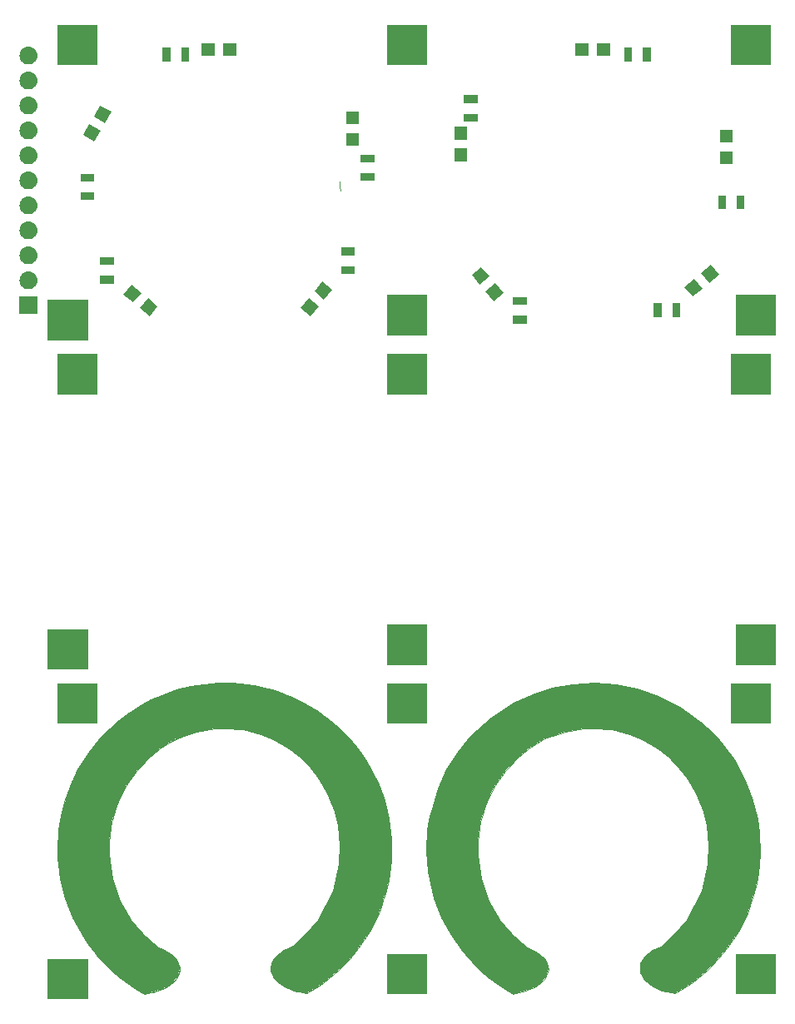
<source format=gbr>
G04 #@! TF.GenerationSoftware,KiCad,Pcbnew,5.1.0*
G04 #@! TF.CreationDate,2019-04-23T13:01:11-05:00*
G04 #@! TF.ProjectId,S4_20Badge,53345f32-3042-4616-9467-652e6b696361,rev?*
G04 #@! TF.SameCoordinates,Original*
G04 #@! TF.FileFunction,Soldermask,Top*
G04 #@! TF.FilePolarity,Negative*
%FSLAX46Y46*%
G04 Gerber Fmt 4.6, Leading zero omitted, Abs format (unit mm)*
G04 Created by KiCad (PCBNEW 5.1.0) date 2019-04-23 13:01:11*
%MOMM*%
%LPD*%
G04 APERTURE LIST*
%ADD10C,0.100000*%
G04 APERTURE END LIST*
D10*
G36*
X171249308Y-118034330D02*
G01*
X173351655Y-118453430D01*
X175358958Y-119123190D01*
X177853734Y-120379260D01*
X180098463Y-122016570D01*
X181590044Y-123472600D01*
X182482160Y-124543260D01*
X183285702Y-125688530D01*
X184500000Y-128000000D01*
X185106967Y-129526070D01*
X185649074Y-131636490D01*
X185855894Y-133062370D01*
X185935244Y-135190030D01*
X185746934Y-137284320D01*
X185477960Y-138650860D01*
X185097923Y-139985900D01*
X184609976Y-141282790D01*
X183682627Y-143142000D01*
X182530226Y-144877870D01*
X181642187Y-145955500D01*
X180662011Y-146961640D01*
X179025892Y-148322270D01*
X177243313Y-149431565D01*
X176907380Y-149381577D01*
X175969114Y-149153235D01*
X174916055Y-148687104D01*
X174145376Y-148069556D01*
X173718315Y-147336982D01*
X173747398Y-146378280D01*
X174204511Y-145669743D01*
X175007796Y-145062737D01*
X175815517Y-144701653D01*
X177212764Y-143470930D01*
X178427575Y-142003466D01*
X179952468Y-139065541D01*
X180612792Y-136291511D01*
X180701920Y-134371928D01*
X180497376Y-132436317D01*
X180144643Y-130994796D01*
X179423166Y-129166725D01*
X178450694Y-127514086D01*
X177573533Y-126402563D01*
X176582856Y-125410715D01*
X175490521Y-124547540D01*
X173896434Y-123612349D01*
X172613010Y-123084402D01*
X170807178Y-122628840D01*
X169000000Y-122500000D01*
X168000000Y-122500000D01*
X166118091Y-122839435D01*
X164000000Y-123500000D01*
X162360774Y-124593006D01*
X161273948Y-125463728D01*
X159986289Y-126822178D01*
X158908776Y-128386601D01*
X158069382Y-130135474D01*
X157499396Y-132033241D01*
X157232014Y-133969375D01*
X157226578Y-135417136D01*
X157575147Y-137778875D01*
X158351807Y-140018485D01*
X159534697Y-142068889D01*
X160758806Y-143527908D01*
X162217720Y-144788562D01*
X163209812Y-145259305D01*
X163951477Y-145894683D01*
X164274699Y-146435514D01*
X164380200Y-147009644D01*
X164041702Y-147965568D01*
X163131176Y-148765651D01*
X162073238Y-149237197D01*
X160789925Y-149518461D01*
X160518038Y-149373830D01*
X159290608Y-148605740D01*
X158147076Y-147747280D01*
X157090505Y-146805160D01*
X155675407Y-145249800D01*
X154473211Y-143543930D01*
X153494260Y-141710170D01*
X152748896Y-139771160D01*
X152136311Y-137061200D01*
X151976201Y-134964600D01*
X152084171Y-132838180D01*
X152310170Y-131415180D01*
X152500000Y-131000000D01*
X153127677Y-128637270D01*
X154027930Y-126704880D01*
X155151536Y-124922660D01*
X156478741Y-123305870D01*
X158530912Y-121433850D01*
X160863094Y-119919220D01*
X162767821Y-119039530D01*
X164783960Y-118396490D01*
X166891760Y-118005330D01*
X169071466Y-117881330D01*
X171249308Y-118034330D01*
G37*
X171249308Y-118034330D02*
X173351655Y-118453430D01*
X175358958Y-119123190D01*
X177853734Y-120379260D01*
X180098463Y-122016570D01*
X181590044Y-123472600D01*
X182482160Y-124543260D01*
X183285702Y-125688530D01*
X184500000Y-128000000D01*
X185106967Y-129526070D01*
X185649074Y-131636490D01*
X185855894Y-133062370D01*
X185935244Y-135190030D01*
X185746934Y-137284320D01*
X185477960Y-138650860D01*
X185097923Y-139985900D01*
X184609976Y-141282790D01*
X183682627Y-143142000D01*
X182530226Y-144877870D01*
X181642187Y-145955500D01*
X180662011Y-146961640D01*
X179025892Y-148322270D01*
X177243313Y-149431565D01*
X176907380Y-149381577D01*
X175969114Y-149153235D01*
X174916055Y-148687104D01*
X174145376Y-148069556D01*
X173718315Y-147336982D01*
X173747398Y-146378280D01*
X174204511Y-145669743D01*
X175007796Y-145062737D01*
X175815517Y-144701653D01*
X177212764Y-143470930D01*
X178427575Y-142003466D01*
X179952468Y-139065541D01*
X180612792Y-136291511D01*
X180701920Y-134371928D01*
X180497376Y-132436317D01*
X180144643Y-130994796D01*
X179423166Y-129166725D01*
X178450694Y-127514086D01*
X177573533Y-126402563D01*
X176582856Y-125410715D01*
X175490521Y-124547540D01*
X173896434Y-123612349D01*
X172613010Y-123084402D01*
X170807178Y-122628840D01*
X169000000Y-122500000D01*
X168000000Y-122500000D01*
X166118091Y-122839435D01*
X164000000Y-123500000D01*
X162360774Y-124593006D01*
X161273948Y-125463728D01*
X159986289Y-126822178D01*
X158908776Y-128386601D01*
X158069382Y-130135474D01*
X157499396Y-132033241D01*
X157232014Y-133969375D01*
X157226578Y-135417136D01*
X157575147Y-137778875D01*
X158351807Y-140018485D01*
X159534697Y-142068889D01*
X160758806Y-143527908D01*
X162217720Y-144788562D01*
X163209812Y-145259305D01*
X163951477Y-145894683D01*
X164274699Y-146435514D01*
X164380200Y-147009644D01*
X164041702Y-147965568D01*
X163131176Y-148765651D01*
X162073238Y-149237197D01*
X160789925Y-149518461D01*
X160518038Y-149373830D01*
X159290608Y-148605740D01*
X158147076Y-147747280D01*
X157090505Y-146805160D01*
X155675407Y-145249800D01*
X154473211Y-143543930D01*
X153494260Y-141710170D01*
X152748896Y-139771160D01*
X152136311Y-137061200D01*
X151976201Y-134964600D01*
X152084171Y-132838180D01*
X152310170Y-131415180D01*
X152500000Y-131000000D01*
X153127677Y-128637270D01*
X154027930Y-126704880D01*
X155151536Y-124922660D01*
X156478741Y-123305870D01*
X158530912Y-121433850D01*
X160863094Y-119919220D01*
X162767821Y-119039530D01*
X164783960Y-118396490D01*
X166891760Y-118005330D01*
X169071466Y-117881330D01*
X171249308Y-118034330D01*
G36*
X133749308Y-118034330D02*
G01*
X135851655Y-118453430D01*
X137858958Y-119123190D01*
X140353734Y-120379260D01*
X142598463Y-122016570D01*
X144090044Y-123472600D01*
X144982160Y-124543260D01*
X145785702Y-125688530D01*
X147000000Y-128000000D01*
X147606967Y-129526070D01*
X148149074Y-131636490D01*
X148355894Y-133062370D01*
X148435244Y-135190030D01*
X148246934Y-137284320D01*
X147977960Y-138650860D01*
X147597923Y-139985900D01*
X147109976Y-141282790D01*
X146182627Y-143142000D01*
X145030226Y-144877870D01*
X144142187Y-145955500D01*
X143162011Y-146961640D01*
X141525892Y-148322270D01*
X139743313Y-149431565D01*
X139407380Y-149381577D01*
X138469114Y-149153235D01*
X137416055Y-148687104D01*
X136645376Y-148069556D01*
X136218315Y-147336982D01*
X136247398Y-146378280D01*
X136704511Y-145669743D01*
X137507796Y-145062737D01*
X138315517Y-144701653D01*
X139712764Y-143470930D01*
X140927575Y-142003466D01*
X142452468Y-139065541D01*
X143112792Y-136291511D01*
X143201920Y-134371928D01*
X142997376Y-132436317D01*
X142644643Y-130994796D01*
X141923166Y-129166725D01*
X140950694Y-127514086D01*
X140073533Y-126402563D01*
X139082856Y-125410715D01*
X137990521Y-124547540D01*
X136396434Y-123612349D01*
X135113010Y-123084402D01*
X133307178Y-122628840D01*
X131500000Y-122500000D01*
X130500000Y-122500000D01*
X128618091Y-122839435D01*
X126500000Y-123500000D01*
X124860774Y-124593006D01*
X123773948Y-125463728D01*
X122486289Y-126822178D01*
X121408776Y-128386601D01*
X120569382Y-130135474D01*
X119999396Y-132033241D01*
X119732014Y-133969375D01*
X119726578Y-135417136D01*
X120075147Y-137778875D01*
X120851807Y-140018485D01*
X122034697Y-142068889D01*
X123258806Y-143527908D01*
X124717720Y-144788562D01*
X125709812Y-145259305D01*
X126451477Y-145894683D01*
X126774699Y-146435514D01*
X126880200Y-147009644D01*
X126541702Y-147965568D01*
X125631176Y-148765651D01*
X124573238Y-149237197D01*
X123289925Y-149518461D01*
X123018038Y-149373830D01*
X121790608Y-148605740D01*
X120647076Y-147747280D01*
X119590505Y-146805160D01*
X118175407Y-145249800D01*
X116973211Y-143543930D01*
X115994260Y-141710170D01*
X115248896Y-139771160D01*
X114636311Y-137061200D01*
X114476201Y-134964600D01*
X114584171Y-132838180D01*
X114810170Y-131415180D01*
X115000000Y-131000000D01*
X115627677Y-128637270D01*
X116527930Y-126704880D01*
X117651536Y-124922660D01*
X118978741Y-123305870D01*
X121030912Y-121433850D01*
X123363094Y-119919220D01*
X125267821Y-119039530D01*
X127283960Y-118396490D01*
X129391760Y-118005330D01*
X131571466Y-117881330D01*
X133749308Y-118034330D01*
G37*
X133749308Y-118034330D02*
X135851655Y-118453430D01*
X137858958Y-119123190D01*
X140353734Y-120379260D01*
X142598463Y-122016570D01*
X144090044Y-123472600D01*
X144982160Y-124543260D01*
X145785702Y-125688530D01*
X147000000Y-128000000D01*
X147606967Y-129526070D01*
X148149074Y-131636490D01*
X148355894Y-133062370D01*
X148435244Y-135190030D01*
X148246934Y-137284320D01*
X147977960Y-138650860D01*
X147597923Y-139985900D01*
X147109976Y-141282790D01*
X146182627Y-143142000D01*
X145030226Y-144877870D01*
X144142187Y-145955500D01*
X143162011Y-146961640D01*
X141525892Y-148322270D01*
X139743313Y-149431565D01*
X139407380Y-149381577D01*
X138469114Y-149153235D01*
X137416055Y-148687104D01*
X136645376Y-148069556D01*
X136218315Y-147336982D01*
X136247398Y-146378280D01*
X136704511Y-145669743D01*
X137507796Y-145062737D01*
X138315517Y-144701653D01*
X139712764Y-143470930D01*
X140927575Y-142003466D01*
X142452468Y-139065541D01*
X143112792Y-136291511D01*
X143201920Y-134371928D01*
X142997376Y-132436317D01*
X142644643Y-130994796D01*
X141923166Y-129166725D01*
X140950694Y-127514086D01*
X140073533Y-126402563D01*
X139082856Y-125410715D01*
X137990521Y-124547540D01*
X136396434Y-123612349D01*
X135113010Y-123084402D01*
X133307178Y-122628840D01*
X131500000Y-122500000D01*
X130500000Y-122500000D01*
X128618091Y-122839435D01*
X126500000Y-123500000D01*
X124860774Y-124593006D01*
X123773948Y-125463728D01*
X122486289Y-126822178D01*
X121408776Y-128386601D01*
X120569382Y-130135474D01*
X119999396Y-132033241D01*
X119732014Y-133969375D01*
X119726578Y-135417136D01*
X120075147Y-137778875D01*
X120851807Y-140018485D01*
X122034697Y-142068889D01*
X123258806Y-143527908D01*
X124717720Y-144788562D01*
X125709812Y-145259305D01*
X126451477Y-145894683D01*
X126774699Y-146435514D01*
X126880200Y-147009644D01*
X126541702Y-147965568D01*
X125631176Y-148765651D01*
X124573238Y-149237197D01*
X123289925Y-149518461D01*
X123018038Y-149373830D01*
X121790608Y-148605740D01*
X120647076Y-147747280D01*
X119590505Y-146805160D01*
X118175407Y-145249800D01*
X116973211Y-143543930D01*
X115994260Y-141710170D01*
X115248896Y-139771160D01*
X114636311Y-137061200D01*
X114476201Y-134964600D01*
X114584171Y-132838180D01*
X114810170Y-131415180D01*
X115000000Y-131000000D01*
X115627677Y-128637270D01*
X116527930Y-126704880D01*
X117651536Y-124922660D01*
X118978741Y-123305870D01*
X121030912Y-121433850D01*
X123363094Y-119919220D01*
X125267821Y-119039530D01*
X127283960Y-118396490D01*
X129391760Y-118005330D01*
X131571466Y-117881330D01*
X133749308Y-118034330D01*
X143201920Y-67371928D02*
X143206741Y-67854671D01*
X143178745Y-66888183D02*
X143201920Y-67371928D01*
X139407380Y-149381577D02*
X139743313Y-149431562D01*
X139082398Y-149318148D02*
X139407380Y-149381577D01*
X138769324Y-149241845D02*
X139082398Y-149318148D01*
X138469114Y-149153235D02*
X138769324Y-149241845D01*
X138182725Y-149052888D02*
X138469114Y-149153235D01*
X137911115Y-148941371D02*
X138182725Y-149052888D01*
X137655239Y-148819253D02*
X137911115Y-148941371D01*
X137416055Y-148687104D02*
X137655239Y-148819253D01*
X137194520Y-148545491D02*
X137416055Y-148687104D01*
X136991591Y-148394983D02*
X137194520Y-148545491D01*
X136808224Y-148236148D02*
X136991591Y-148394983D01*
X136645376Y-148069556D02*
X136808224Y-148236148D01*
X136504004Y-147895775D02*
X136645376Y-148069556D01*
X136385066Y-147715373D02*
X136504004Y-147895775D01*
X136289517Y-147528919D02*
X136385066Y-147715373D01*
X136218315Y-147336982D02*
X136289517Y-147528919D01*
X136172890Y-147142565D02*
X136218315Y-147336982D01*
X136153655Y-146948772D02*
X136172890Y-147142565D01*
X136160041Y-146756316D02*
X136153655Y-146948772D01*
X136191478Y-146565914D02*
X136160041Y-146756316D01*
X136247398Y-146378280D02*
X136191478Y-146565914D01*
X136327230Y-146194131D02*
X136247398Y-146378280D01*
X136430406Y-146014182D02*
X136327230Y-146194131D01*
X136556356Y-145839147D02*
X136430406Y-146014182D01*
X136704511Y-145669743D02*
X136556356Y-145839147D01*
X136874302Y-145506685D02*
X136704511Y-145669743D01*
X137065159Y-145350687D02*
X136874302Y-145506685D01*
X137276514Y-145202466D02*
X137065159Y-145350687D01*
X137507796Y-145062737D02*
X137276514Y-145202466D01*
X137758437Y-144932215D02*
X137507796Y-145062737D01*
X138027867Y-144811615D02*
X137758437Y-144932215D01*
X138315517Y-144701653D02*
X138027867Y-144811615D01*
X123628473Y-149468027D02*
X123289925Y-149518461D01*
X123955857Y-149403950D02*
X123628473Y-149468027D01*
X124271103Y-149326811D02*
X123955857Y-149403950D01*
X124573238Y-149237197D02*
X124271103Y-149326811D01*
X124861286Y-149135689D02*
X124573238Y-149237197D01*
X125134275Y-149022873D02*
X124861286Y-149135689D01*
X125391230Y-148899332D02*
X125134275Y-149022873D01*
X125631176Y-148765651D02*
X125391230Y-148899332D01*
X125853141Y-148622412D02*
X125631176Y-148765651D01*
X126056150Y-148470201D02*
X125853141Y-148622412D01*
X126239229Y-148309601D02*
X126056150Y-148470201D01*
X126401405Y-148141195D02*
X126239229Y-148309601D01*
X126541702Y-147965568D02*
X126401405Y-148141195D01*
X126659148Y-147783304D02*
X126541702Y-147965568D01*
X126752767Y-147594987D02*
X126659148Y-147783304D01*
X126821587Y-147401200D02*
X126752767Y-147594987D01*
X126864188Y-147205026D02*
X126821587Y-147401200D01*
X126880200Y-147009644D02*
X126864188Y-147205026D01*
X126870223Y-146815779D02*
X126880200Y-147009644D01*
X126834856Y-146624160D02*
X126870223Y-146815779D01*
X126774699Y-146435514D02*
X126834856Y-146624160D01*
X126690350Y-146250568D02*
X126774699Y-146435514D01*
X126582410Y-146070048D02*
X126690350Y-146250568D01*
X126451477Y-145894683D02*
X126582410Y-146070048D01*
X126298152Y-145725199D02*
X126451477Y-145894683D01*
X126123033Y-145562323D02*
X126298152Y-145725199D01*
X125926720Y-145406783D02*
X126123033Y-145562323D01*
X125709812Y-145259305D02*
X125926720Y-145406783D01*
X125472909Y-145120618D02*
X125709812Y-145259305D01*
X125216610Y-144991447D02*
X125472909Y-145120618D01*
X124941514Y-144872521D02*
X125216610Y-144991447D01*
X124648221Y-144764566D02*
X124941514Y-144872521D01*
X139975830Y-149350955D02*
X139743313Y-149431565D01*
X140329175Y-149120570D02*
X139975830Y-149350955D01*
X140937867Y-148732860D02*
X140329175Y-149120570D01*
X141525892Y-148322270D02*
X140937867Y-148732860D01*
X142092853Y-147889650D02*
X141525892Y-148322270D01*
X142638358Y-147435830D02*
X142092853Y-147889650D01*
X143162011Y-146961640D02*
X142638358Y-147435830D01*
X143663419Y-146467920D02*
X143162011Y-146961640D01*
X144142187Y-145955500D02*
X143663419Y-146467920D01*
X144597921Y-145425200D02*
X144142187Y-145955500D01*
X145030226Y-144877870D02*
X144597921Y-145425200D01*
X145438708Y-144314340D02*
X145030226Y-144877870D01*
X145822973Y-143735440D02*
X145438708Y-144314340D01*
X146182627Y-143142000D02*
X145822973Y-143735440D01*
X146517275Y-142534860D02*
X146182627Y-143142000D01*
X146826522Y-141914840D02*
X146517275Y-142534860D01*
X147109976Y-141282790D02*
X146826522Y-141914840D01*
X147367241Y-140639530D02*
X147109976Y-141282790D01*
X147597923Y-139985900D02*
X147367241Y-140639530D01*
X147801627Y-139322730D02*
X147597923Y-139985900D01*
X147977960Y-138650860D02*
X147801627Y-139322730D01*
X148126527Y-137971110D02*
X147977960Y-138650860D01*
X148246934Y-137284320D02*
X148126527Y-137971110D01*
X148338784Y-136591320D02*
X148246934Y-137284320D01*
X148401684Y-135892950D02*
X148338784Y-136591320D01*
X148435244Y-135190030D02*
X148401684Y-135892950D01*
X148439044Y-134483410D02*
X148435244Y-135190030D01*
X148412734Y-133773910D02*
X148439044Y-134483410D01*
X148355894Y-133062370D02*
X148412734Y-133773910D01*
X148268144Y-132349620D02*
X148355894Y-133062370D01*
X148149074Y-131636490D02*
X148268144Y-132349620D01*
X147998296Y-130923820D02*
X148149074Y-131636490D01*
X147816961Y-130218200D02*
X147998296Y-130923820D01*
X147606967Y-129526070D02*
X147816961Y-130218200D01*
X147369037Y-128847990D02*
X147606967Y-129526070D01*
X147103897Y-128184530D02*
X147369037Y-128847990D01*
X146812269Y-127536290D02*
X147103897Y-128184530D01*
X146494878Y-126903820D02*
X146812269Y-127536290D01*
X146152448Y-126287710D02*
X146494878Y-126903820D01*
X145785702Y-125688530D02*
X146152448Y-126287710D01*
X145395365Y-125106860D02*
X145785702Y-125688530D01*
X144982160Y-124543260D02*
X145395365Y-125106860D01*
X144546812Y-123998310D02*
X144982160Y-124543260D01*
X144090044Y-123472600D02*
X144546812Y-123998310D01*
X143612581Y-122966690D02*
X144090044Y-123472600D01*
X143115146Y-122481150D02*
X143612581Y-122966690D01*
X142598463Y-122016570D02*
X143115146Y-122481150D01*
X142063257Y-121573510D02*
X142598463Y-122016570D01*
X141510251Y-121152560D02*
X142063257Y-121573510D01*
X140940168Y-120754290D02*
X141510251Y-121152560D01*
X140353734Y-120379260D02*
X140940168Y-120754290D01*
X139751672Y-120028070D02*
X140353734Y-120379260D01*
X139134706Y-119701270D02*
X139751672Y-120028070D01*
X138503560Y-119399450D02*
X139134706Y-119701270D01*
X137858958Y-119123190D02*
X138503560Y-119399450D01*
X137201624Y-118873040D02*
X137858958Y-119123190D01*
X136532281Y-118649600D02*
X137201624Y-118873040D01*
X135851655Y-118453430D02*
X136532281Y-118649600D01*
X135160468Y-118285110D02*
X135851655Y-118453430D01*
X134459444Y-118145220D02*
X135160468Y-118285110D01*
X133749308Y-118034330D02*
X134459444Y-118145220D01*
X133030784Y-117953030D02*
X133749308Y-118034330D01*
X132304595Y-117901830D02*
X133030784Y-117953030D01*
X131571466Y-117881330D02*
X132304595Y-117901830D01*
X130838127Y-117892030D02*
X131571466Y-117881330D01*
X130111315Y-117933530D02*
X130838127Y-117892030D01*
X129391760Y-118005330D02*
X130111315Y-117933530D01*
X128680195Y-118106790D02*
X129391760Y-118005330D01*
X127977351Y-118237360D02*
X128680195Y-118106790D01*
X127283960Y-118396490D02*
X127977351Y-118237360D01*
X126600754Y-118583600D02*
X127283960Y-118396490D01*
X125928463Y-118798140D02*
X126600754Y-118583600D01*
X125267821Y-119039530D02*
X125928463Y-118798140D01*
X124619557Y-119307220D02*
X125267821Y-119039530D01*
X123984404Y-119600640D02*
X124619557Y-119307220D01*
X123363094Y-119919220D02*
X123984404Y-119600640D01*
X122756358Y-120262390D02*
X123363094Y-119919220D01*
X122164928Y-120629600D02*
X122756358Y-120262390D01*
X121589536Y-121020270D02*
X122164928Y-120629600D01*
X121030912Y-121433850D02*
X121589536Y-121020270D01*
X120489789Y-121869760D02*
X121030912Y-121433850D01*
X119966899Y-122327450D02*
X120489789Y-121869760D01*
X119462972Y-122806340D02*
X119966899Y-122327450D01*
X118978741Y-123305870D02*
X119462972Y-122806340D01*
X118514936Y-123825480D02*
X118978741Y-123305870D01*
X118072291Y-124364600D02*
X118514936Y-123825480D01*
X117651536Y-124922660D02*
X118072291Y-124364600D01*
X117253404Y-125499110D02*
X117651536Y-124922660D01*
X116878624Y-126093370D02*
X117253404Y-125499110D01*
X116527930Y-126704880D02*
X116878624Y-126093370D01*
X116202054Y-127333080D02*
X116527930Y-126704880D01*
X115901725Y-127977400D02*
X116202054Y-127333080D01*
X115627677Y-128637270D02*
X115901725Y-127977400D01*
X115380640Y-129312130D02*
X115627677Y-128637270D01*
X115161347Y-130001420D02*
X115380640Y-129312130D01*
X114970529Y-130704570D02*
X115161347Y-130001420D01*
X114810170Y-131415180D02*
X114970529Y-130704570D01*
X114681511Y-132126660D02*
X114810170Y-131415180D01*
X114584171Y-132838180D02*
X114681511Y-132126660D01*
X114517761Y-133548910D02*
X114584171Y-132838180D01*
X114481901Y-134257990D02*
X114517761Y-133548910D01*
X114476201Y-134964600D02*
X114481901Y-134257990D01*
X114500291Y-135667900D02*
X114476201Y-134964600D01*
X114553791Y-136367050D02*
X114500291Y-135667900D01*
X114636311Y-137061200D02*
X114553791Y-136367050D01*
X114747462Y-137749530D02*
X114636311Y-137061200D01*
X114886865Y-138431190D02*
X114747462Y-137749530D01*
X115054137Y-139105350D02*
X114886865Y-138431190D01*
X115248896Y-139771160D02*
X115054137Y-139105350D01*
X115470758Y-140427800D02*
X115248896Y-139771160D01*
X115719340Y-141074410D02*
X115470758Y-140427800D01*
X115994260Y-141710170D02*
X115719340Y-141074410D01*
X116295134Y-142334240D02*
X115994260Y-141710170D01*
X116621578Y-142945770D02*
X116295134Y-142334240D01*
X116973211Y-143543930D02*
X116621578Y-142945770D01*
X117349649Y-144127880D02*
X116973211Y-143543930D01*
X117750509Y-144696780D02*
X117349649Y-144127880D01*
X118175407Y-145249800D02*
X117750509Y-144696780D01*
X118623961Y-145786100D02*
X118175407Y-145249800D01*
X119095788Y-146304830D02*
X118623961Y-145786100D01*
X119590505Y-146805160D02*
X119095788Y-146304830D01*
X120107729Y-147286260D02*
X119590505Y-146805160D01*
X120647076Y-147747280D02*
X120107729Y-147286260D01*
X121208163Y-148187380D02*
X120647076Y-147747280D01*
X121790608Y-148605740D02*
X121208163Y-148187380D01*
X122394027Y-149001500D02*
X121790608Y-148605740D01*
X123018038Y-149373830D02*
X122394027Y-149001500D01*
X123289925Y-149518461D02*
X123018038Y-149373830D01*
X138646140Y-144444304D02*
X138261892Y-144741660D01*
X139016150Y-144133038D02*
X138646140Y-144444304D01*
X139371748Y-143808401D02*
X139016150Y-144133038D01*
X139712764Y-143470930D02*
X139371748Y-143808401D01*
X140039026Y-143121163D02*
X139712764Y-143470930D01*
X140350363Y-142759638D02*
X140039026Y-143121163D01*
X140646603Y-142386893D02*
X140350363Y-142759638D01*
X140927575Y-142003466D02*
X140646603Y-142386893D01*
X141193108Y-141609893D02*
X140927575Y-142003466D01*
X141443029Y-141206714D02*
X141193108Y-141609893D01*
X141677168Y-140794466D02*
X141443029Y-141206714D01*
X141895352Y-140373687D02*
X141677168Y-140794466D01*
X142097412Y-139944915D02*
X141895352Y-140373687D01*
X142283174Y-139508687D02*
X142097412Y-139944915D01*
X142452468Y-139065541D02*
X142283174Y-139508687D01*
X142605122Y-138616015D02*
X142452468Y-139065541D01*
X142740964Y-138160647D02*
X142605122Y-138616015D01*
X142859824Y-137699975D02*
X142740964Y-138160647D01*
X142961530Y-137234537D02*
X142859824Y-137699975D01*
X143045909Y-136764869D02*
X142961530Y-137234537D01*
X143112792Y-136291511D02*
X143045909Y-136764869D01*
X143162006Y-135815001D02*
X143112792Y-136291511D01*
X143193379Y-135335874D02*
X143162006Y-135815001D01*
X143206741Y-134854671D02*
X143193379Y-135335874D01*
X143201920Y-134371928D02*
X143206741Y-134854671D01*
X143178745Y-133888183D02*
X143201920Y-134371928D01*
X143137043Y-133403974D02*
X143178745Y-133888183D01*
X143076644Y-132919840D02*
X143137043Y-133403974D01*
X142997376Y-132436317D02*
X143076644Y-132919840D01*
X142899067Y-131953943D02*
X142997376Y-132436317D01*
X142781547Y-131473257D02*
X142899067Y-131953943D01*
X142644643Y-130994796D02*
X142781547Y-131473257D01*
X142489342Y-130522498D02*
X142644643Y-130994796D01*
X142317035Y-130060165D02*
X142489342Y-130522498D01*
X142128164Y-129608130D02*
X142317035Y-130060165D01*
X141923166Y-129166725D02*
X142128164Y-129608130D01*
X141702481Y-128736286D02*
X141923166Y-129166725D01*
X141466548Y-128317144D02*
X141702481Y-128736286D01*
X141215806Y-127909633D02*
X141466548Y-128317144D01*
X140950694Y-127514086D02*
X141215806Y-127909633D01*
X140671652Y-127130836D02*
X140950694Y-127514086D01*
X140379119Y-126760218D02*
X140671652Y-127130836D01*
X140073533Y-126402563D02*
X140379119Y-126760218D01*
X139755335Y-126058205D02*
X140073533Y-126402563D01*
X139424963Y-125727478D02*
X139755335Y-126058205D01*
X139082856Y-125410715D02*
X139424963Y-125727478D01*
X138729454Y-125108249D02*
X139082856Y-125410715D01*
X138365196Y-124820412D02*
X138729454Y-125108249D01*
X137990521Y-124547540D02*
X138365196Y-124820412D01*
X137605868Y-124289964D02*
X137990521Y-124547540D01*
X137211676Y-124048018D02*
X137605868Y-124289964D01*
X136808385Y-123822035D02*
X137211676Y-124048018D01*
X136396434Y-123612349D02*
X136808385Y-123822035D01*
X135976262Y-123419292D02*
X136396434Y-123612349D01*
X135548307Y-123243199D02*
X135976262Y-123419292D01*
X135113010Y-123084402D02*
X135548307Y-123243199D01*
X134670809Y-122943234D02*
X135113010Y-123084402D01*
X134222144Y-122820029D02*
X134670809Y-122943234D01*
X133767454Y-122715120D02*
X134222144Y-122820029D01*
X133307178Y-122628840D02*
X133767454Y-122715120D01*
X132841755Y-122561523D02*
X133307178Y-122628840D01*
X132371624Y-122513502D02*
X132841755Y-122561523D01*
X131897225Y-122485110D02*
X132371624Y-122513502D01*
X131418996Y-122476680D02*
X131897225Y-122485110D01*
X130940832Y-122488422D02*
X131418996Y-122476680D01*
X130466623Y-122520099D02*
X130940832Y-122488422D01*
X129996808Y-122571375D02*
X130466623Y-122520099D01*
X129531823Y-122641914D02*
X129996808Y-122571375D01*
X129072105Y-122731380D02*
X129531823Y-122641914D01*
X128618091Y-122839435D02*
X129072105Y-122731380D01*
X128170219Y-122965745D02*
X128618091Y-122839435D01*
X127728925Y-123109972D02*
X128170219Y-122965745D01*
X127294647Y-123271780D02*
X127728925Y-123109972D01*
X126867821Y-123450834D02*
X127294647Y-123271780D01*
X126448884Y-123646796D02*
X126867821Y-123450834D01*
X126038274Y-123859331D02*
X126448884Y-123646796D01*
X125636428Y-124088102D02*
X126038274Y-123859331D01*
X125243782Y-124332772D02*
X125636428Y-124088102D01*
X124860774Y-124593006D02*
X125243782Y-124332772D01*
X124487841Y-124868468D02*
X124860774Y-124593006D01*
X124125420Y-125158821D02*
X124487841Y-124868468D01*
X123773948Y-125463728D02*
X124125420Y-125158821D01*
X123433861Y-125782853D02*
X123773948Y-125463728D01*
X123105598Y-126115861D02*
X123433861Y-125782853D01*
X122789595Y-126462415D02*
X123105598Y-126115861D01*
X122486289Y-126822178D02*
X122789595Y-126462415D01*
X122196117Y-127194815D02*
X122486289Y-126822178D01*
X121919516Y-127579988D02*
X122196117Y-127194815D01*
X121656923Y-127977362D02*
X121919516Y-127579988D01*
X121408776Y-128386601D02*
X121656923Y-127977362D01*
X121175511Y-128807368D02*
X121408776Y-128386601D01*
X120957566Y-129239326D02*
X121175511Y-128807368D01*
X120755377Y-129682140D02*
X120957566Y-129239326D01*
X120569382Y-130135474D02*
X120755377Y-129682140D01*
X120400017Y-130598990D02*
X120569382Y-130135474D01*
X120247720Y-131072353D02*
X120400017Y-130598990D01*
X120113859Y-131551752D02*
X120247720Y-131072353D01*
X119999396Y-132033241D02*
X120113859Y-131551752D01*
X119904154Y-132516285D02*
X119999396Y-132033241D01*
X119827960Y-133000346D02*
X119904154Y-132516285D01*
X119770639Y-133484889D02*
X119827960Y-133000346D01*
X119732014Y-133969375D02*
X119770639Y-133484889D01*
X119711913Y-134453270D02*
X119732014Y-133969375D01*
X119710159Y-134936036D02*
X119711913Y-134453270D01*
X119726578Y-135417136D02*
X119710159Y-134936036D01*
X119760996Y-135896035D02*
X119726578Y-135417136D01*
X119813236Y-136372194D02*
X119760996Y-135896035D01*
X119883125Y-136845079D02*
X119813236Y-136372194D01*
X119970487Y-137314151D02*
X119883125Y-136845079D01*
X120075147Y-137778875D02*
X119970487Y-137314151D01*
X120196931Y-138238714D02*
X120075147Y-137778875D01*
X120335664Y-138693131D02*
X120196931Y-138238714D01*
X120491171Y-139141590D02*
X120335664Y-138693131D01*
X120663277Y-139583553D02*
X120491171Y-139141590D01*
X120851807Y-140018485D02*
X120663277Y-139583553D01*
X121056586Y-140445849D02*
X120851807Y-140018485D01*
X121277440Y-140865108D02*
X121056586Y-140445849D01*
X121514193Y-141275725D02*
X121277440Y-140865108D01*
X121766670Y-141677165D02*
X121514193Y-141275725D01*
X122034697Y-142068889D02*
X121766670Y-141677165D01*
X122318100Y-142450363D02*
X122034697Y-142068889D01*
X122616702Y-142821048D02*
X122318100Y-142450363D01*
X122930329Y-143180409D02*
X122616702Y-142821048D01*
X123258806Y-143527908D02*
X122930329Y-143180409D01*
X123601959Y-143863010D02*
X123258806Y-143527908D01*
X123959612Y-144185177D02*
X123601959Y-143863010D01*
X124331591Y-144493873D02*
X123959612Y-144185177D01*
X124717720Y-144788562D02*
X124331591Y-144493873D01*
G36*
X117551000Y-150051000D02*
G01*
X113449000Y-150051000D01*
X113449000Y-145949000D01*
X117551000Y-145949000D01*
X117551000Y-150051000D01*
X117551000Y-150051000D01*
G37*
G36*
X187551000Y-149551000D02*
G01*
X183449000Y-149551000D01*
X183449000Y-145449000D01*
X187551000Y-145449000D01*
X187551000Y-149551000D01*
X187551000Y-149551000D01*
G37*
G36*
X152051000Y-149551000D02*
G01*
X147949000Y-149551000D01*
X147949000Y-145449000D01*
X152051000Y-145449000D01*
X152051000Y-149551000D01*
X152051000Y-149551000D01*
G37*
G36*
X118551000Y-122051000D02*
G01*
X114449000Y-122051000D01*
X114449000Y-117949000D01*
X118551000Y-117949000D01*
X118551000Y-122051000D01*
X118551000Y-122051000D01*
G37*
G36*
X187051000Y-122051000D02*
G01*
X182949000Y-122051000D01*
X182949000Y-117949000D01*
X187051000Y-117949000D01*
X187051000Y-122051000D01*
X187051000Y-122051000D01*
G37*
G36*
X152051000Y-122051000D02*
G01*
X147949000Y-122051000D01*
X147949000Y-117949000D01*
X152051000Y-117949000D01*
X152051000Y-122051000D01*
X152051000Y-122051000D01*
G37*
G36*
X117551000Y-116551000D02*
G01*
X113449000Y-116551000D01*
X113449000Y-112449000D01*
X117551000Y-112449000D01*
X117551000Y-116551000D01*
X117551000Y-116551000D01*
G37*
G36*
X187551000Y-116051000D02*
G01*
X183449000Y-116051000D01*
X183449000Y-111949000D01*
X187551000Y-111949000D01*
X187551000Y-116051000D01*
X187551000Y-116051000D01*
G37*
G36*
X152051000Y-116051000D02*
G01*
X147949000Y-116051000D01*
X147949000Y-111949000D01*
X152051000Y-111949000D01*
X152051000Y-116051000D01*
X152051000Y-116051000D01*
G37*
G36*
X152051000Y-88551000D02*
G01*
X147949000Y-88551000D01*
X147949000Y-84449000D01*
X152051000Y-84449000D01*
X152051000Y-88551000D01*
X152051000Y-88551000D01*
G37*
G36*
X118551000Y-88551000D02*
G01*
X114449000Y-88551000D01*
X114449000Y-84449000D01*
X118551000Y-84449000D01*
X118551000Y-88551000D01*
X118551000Y-88551000D01*
G37*
G36*
X187051000Y-88551000D02*
G01*
X182949000Y-88551000D01*
X182949000Y-84449000D01*
X187051000Y-84449000D01*
X187051000Y-88551000D01*
X187051000Y-88551000D01*
G37*
G36*
X117551000Y-83051000D02*
G01*
X113449000Y-83051000D01*
X113449000Y-78949000D01*
X117551000Y-78949000D01*
X117551000Y-83051000D01*
X117551000Y-83051000D01*
G37*
G36*
X152051000Y-82551000D02*
G01*
X147949000Y-82551000D01*
X147949000Y-78449000D01*
X152051000Y-78449000D01*
X152051000Y-82551000D01*
X152051000Y-82551000D01*
G37*
G36*
X187551000Y-82551000D02*
G01*
X183449000Y-82551000D01*
X183449000Y-78449000D01*
X187551000Y-78449000D01*
X187551000Y-82551000D01*
X187551000Y-82551000D01*
G37*
G36*
X162201000Y-81351000D02*
G01*
X160799000Y-81351000D01*
X160799000Y-80549000D01*
X162201000Y-80549000D01*
X162201000Y-81351000D01*
X162201000Y-81351000D01*
G37*
G36*
X175901000Y-80701000D02*
G01*
X175099000Y-80701000D01*
X175099000Y-79299000D01*
X175901000Y-79299000D01*
X175901000Y-80701000D01*
X175901000Y-80701000D01*
G37*
G36*
X177801000Y-80701000D02*
G01*
X176999000Y-80701000D01*
X176999000Y-79299000D01*
X177801000Y-79299000D01*
X177801000Y-80701000D01*
X177801000Y-80701000D01*
G37*
G36*
X124659799Y-79626826D02*
G01*
X123822889Y-80624216D01*
X122825499Y-79787306D01*
X123662409Y-78789916D01*
X124659799Y-79626826D01*
X124659799Y-79626826D01*
G37*
G36*
X141003018Y-79605058D02*
G01*
X140166108Y-80602448D01*
X139168718Y-79765538D01*
X140005628Y-78768148D01*
X141003018Y-79605058D01*
X141003018Y-79605058D01*
G37*
G36*
X112401000Y-80401000D02*
G01*
X110599000Y-80401000D01*
X110599000Y-78599000D01*
X112401000Y-78599000D01*
X112401000Y-80401000D01*
X112401000Y-80401000D01*
G37*
G36*
X162201000Y-79451000D02*
G01*
X160799000Y-79451000D01*
X160799000Y-78649000D01*
X162201000Y-78649000D01*
X162201000Y-79451000D01*
X162201000Y-79451000D01*
G37*
G36*
X122974501Y-78212694D02*
G01*
X122137591Y-79210084D01*
X121140201Y-78373174D01*
X121977111Y-77375784D01*
X122974501Y-78212694D01*
X122974501Y-78212694D01*
G37*
G36*
X159831282Y-78265538D02*
G01*
X158833892Y-79102448D01*
X157996982Y-78105058D01*
X158994372Y-77268148D01*
X159831282Y-78265538D01*
X159831282Y-78265538D01*
G37*
G36*
X142417150Y-77919760D02*
G01*
X141580240Y-78917150D01*
X140582850Y-78080240D01*
X141419760Y-77082850D01*
X142417150Y-77919760D01*
X142417150Y-77919760D01*
G37*
G36*
X180074501Y-77787306D02*
G01*
X179077111Y-78624216D01*
X178240201Y-77626826D01*
X179237591Y-76789916D01*
X180074501Y-77787306D01*
X180074501Y-77787306D01*
G37*
G36*
X111610443Y-76065519D02*
G01*
X111676627Y-76072037D01*
X111846466Y-76123557D01*
X112002991Y-76207222D01*
X112038729Y-76236552D01*
X112140186Y-76319814D01*
X112222208Y-76419760D01*
X112252778Y-76457009D01*
X112336443Y-76613534D01*
X112387963Y-76783373D01*
X112405359Y-76960000D01*
X112387963Y-77136627D01*
X112336443Y-77306466D01*
X112252778Y-77462991D01*
X112223448Y-77498729D01*
X112140186Y-77600186D01*
X112038729Y-77683448D01*
X112002991Y-77712778D01*
X111846466Y-77796443D01*
X111676627Y-77847963D01*
X111610443Y-77854481D01*
X111544260Y-77861000D01*
X111455740Y-77861000D01*
X111389557Y-77854481D01*
X111323373Y-77847963D01*
X111153534Y-77796443D01*
X110997009Y-77712778D01*
X110961271Y-77683448D01*
X110859814Y-77600186D01*
X110776552Y-77498729D01*
X110747222Y-77462991D01*
X110663557Y-77306466D01*
X110612037Y-77136627D01*
X110594641Y-76960000D01*
X110612037Y-76783373D01*
X110663557Y-76613534D01*
X110747222Y-76457009D01*
X110777792Y-76419760D01*
X110859814Y-76319814D01*
X110961271Y-76236552D01*
X110997009Y-76207222D01*
X111153534Y-76123557D01*
X111323373Y-76072037D01*
X111389557Y-76065519D01*
X111455740Y-76059000D01*
X111544260Y-76059000D01*
X111610443Y-76065519D01*
X111610443Y-76065519D01*
G37*
G36*
X158417150Y-76580240D02*
G01*
X157419760Y-77417150D01*
X156582850Y-76419760D01*
X157580240Y-75582850D01*
X158417150Y-76580240D01*
X158417150Y-76580240D01*
G37*
G36*
X120201000Y-77301000D02*
G01*
X118799000Y-77301000D01*
X118799000Y-76499000D01*
X120201000Y-76499000D01*
X120201000Y-77301000D01*
X120201000Y-77301000D01*
G37*
G36*
X181759799Y-76373174D02*
G01*
X180762409Y-77210084D01*
X179925499Y-76212694D01*
X180922889Y-75375784D01*
X181759799Y-76373174D01*
X181759799Y-76373174D01*
G37*
G36*
X144701000Y-76301000D02*
G01*
X143299000Y-76301000D01*
X143299000Y-75499000D01*
X144701000Y-75499000D01*
X144701000Y-76301000D01*
X144701000Y-76301000D01*
G37*
G36*
X120201000Y-75401000D02*
G01*
X118799000Y-75401000D01*
X118799000Y-74599000D01*
X120201000Y-74599000D01*
X120201000Y-75401000D01*
X120201000Y-75401000D01*
G37*
G36*
X111610442Y-73525518D02*
G01*
X111676627Y-73532037D01*
X111846466Y-73583557D01*
X112002991Y-73667222D01*
X112038729Y-73696552D01*
X112140186Y-73779814D01*
X112223448Y-73881271D01*
X112252778Y-73917009D01*
X112336443Y-74073534D01*
X112387963Y-74243373D01*
X112405359Y-74420000D01*
X112387963Y-74596627D01*
X112336443Y-74766466D01*
X112252778Y-74922991D01*
X112223448Y-74958729D01*
X112140186Y-75060186D01*
X112038729Y-75143448D01*
X112002991Y-75172778D01*
X111846466Y-75256443D01*
X111676627Y-75307963D01*
X111610442Y-75314482D01*
X111544260Y-75321000D01*
X111455740Y-75321000D01*
X111389558Y-75314482D01*
X111323373Y-75307963D01*
X111153534Y-75256443D01*
X110997009Y-75172778D01*
X110961271Y-75143448D01*
X110859814Y-75060186D01*
X110776552Y-74958729D01*
X110747222Y-74922991D01*
X110663557Y-74766466D01*
X110612037Y-74596627D01*
X110594641Y-74420000D01*
X110612037Y-74243373D01*
X110663557Y-74073534D01*
X110747222Y-73917009D01*
X110776552Y-73881271D01*
X110859814Y-73779814D01*
X110961271Y-73696552D01*
X110997009Y-73667222D01*
X111153534Y-73583557D01*
X111323373Y-73532037D01*
X111389558Y-73525518D01*
X111455740Y-73519000D01*
X111544260Y-73519000D01*
X111610442Y-73525518D01*
X111610442Y-73525518D01*
G37*
G36*
X144701000Y-74401000D02*
G01*
X143299000Y-74401000D01*
X143299000Y-73599000D01*
X144701000Y-73599000D01*
X144701000Y-74401000D01*
X144701000Y-74401000D01*
G37*
G36*
X111610443Y-70985519D02*
G01*
X111676627Y-70992037D01*
X111846466Y-71043557D01*
X112002991Y-71127222D01*
X112038729Y-71156552D01*
X112140186Y-71239814D01*
X112223448Y-71341271D01*
X112252778Y-71377009D01*
X112336443Y-71533534D01*
X112387963Y-71703373D01*
X112405359Y-71880000D01*
X112387963Y-72056627D01*
X112336443Y-72226466D01*
X112252778Y-72382991D01*
X112223448Y-72418729D01*
X112140186Y-72520186D01*
X112038729Y-72603448D01*
X112002991Y-72632778D01*
X111846466Y-72716443D01*
X111676627Y-72767963D01*
X111610443Y-72774481D01*
X111544260Y-72781000D01*
X111455740Y-72781000D01*
X111389557Y-72774481D01*
X111323373Y-72767963D01*
X111153534Y-72716443D01*
X110997009Y-72632778D01*
X110961271Y-72603448D01*
X110859814Y-72520186D01*
X110776552Y-72418729D01*
X110747222Y-72382991D01*
X110663557Y-72226466D01*
X110612037Y-72056627D01*
X110594641Y-71880000D01*
X110612037Y-71703373D01*
X110663557Y-71533534D01*
X110747222Y-71377009D01*
X110776552Y-71341271D01*
X110859814Y-71239814D01*
X110961271Y-71156552D01*
X110997009Y-71127222D01*
X111153534Y-71043557D01*
X111323373Y-70992037D01*
X111389557Y-70985519D01*
X111455740Y-70979000D01*
X111544260Y-70979000D01*
X111610443Y-70985519D01*
X111610443Y-70985519D01*
G37*
G36*
X111610442Y-68445518D02*
G01*
X111676627Y-68452037D01*
X111846466Y-68503557D01*
X112002991Y-68587222D01*
X112038729Y-68616552D01*
X112140186Y-68699814D01*
X112223226Y-68801000D01*
X112252778Y-68837009D01*
X112336443Y-68993534D01*
X112387963Y-69163373D01*
X112405359Y-69340000D01*
X112387963Y-69516627D01*
X112336443Y-69686466D01*
X112252778Y-69842991D01*
X112223448Y-69878729D01*
X112140186Y-69980186D01*
X112038729Y-70063448D01*
X112002991Y-70092778D01*
X111846466Y-70176443D01*
X111676627Y-70227963D01*
X111610443Y-70234481D01*
X111544260Y-70241000D01*
X111455740Y-70241000D01*
X111389557Y-70234481D01*
X111323373Y-70227963D01*
X111153534Y-70176443D01*
X110997009Y-70092778D01*
X110961271Y-70063448D01*
X110859814Y-69980186D01*
X110776552Y-69878729D01*
X110747222Y-69842991D01*
X110663557Y-69686466D01*
X110612037Y-69516627D01*
X110594641Y-69340000D01*
X110612037Y-69163373D01*
X110663557Y-68993534D01*
X110747222Y-68837009D01*
X110776774Y-68801000D01*
X110859814Y-68699814D01*
X110961271Y-68616552D01*
X110997009Y-68587222D01*
X111153534Y-68503557D01*
X111323373Y-68452037D01*
X111389558Y-68445518D01*
X111455740Y-68439000D01*
X111544260Y-68439000D01*
X111610442Y-68445518D01*
X111610442Y-68445518D01*
G37*
G36*
X182451000Y-69701000D02*
G01*
X181649000Y-69701000D01*
X181649000Y-68299000D01*
X182451000Y-68299000D01*
X182451000Y-69701000D01*
X182451000Y-69701000D01*
G37*
G36*
X184351000Y-69701000D02*
G01*
X183549000Y-69701000D01*
X183549000Y-68299000D01*
X184351000Y-68299000D01*
X184351000Y-69701000D01*
X184351000Y-69701000D01*
G37*
G36*
X118201000Y-68801000D02*
G01*
X116799000Y-68801000D01*
X116799000Y-67999000D01*
X118201000Y-67999000D01*
X118201000Y-68801000D01*
X118201000Y-68801000D01*
G37*
G36*
X111610443Y-65905519D02*
G01*
X111676627Y-65912037D01*
X111846466Y-65963557D01*
X112002991Y-66047222D01*
X112005157Y-66049000D01*
X112140186Y-66159814D01*
X112223448Y-66261271D01*
X112252778Y-66297009D01*
X112336443Y-66453534D01*
X112387963Y-66623373D01*
X112405359Y-66800000D01*
X112387963Y-66976627D01*
X112336443Y-67146466D01*
X112252778Y-67302991D01*
X112223448Y-67338729D01*
X112140186Y-67440186D01*
X112038729Y-67523448D01*
X112002991Y-67552778D01*
X111846466Y-67636443D01*
X111676627Y-67687963D01*
X111610443Y-67694481D01*
X111544260Y-67701000D01*
X111455740Y-67701000D01*
X111389557Y-67694481D01*
X111323373Y-67687963D01*
X111153534Y-67636443D01*
X110997009Y-67552778D01*
X110961271Y-67523448D01*
X110859814Y-67440186D01*
X110776552Y-67338729D01*
X110747222Y-67302991D01*
X110663557Y-67146466D01*
X110612037Y-66976627D01*
X110594641Y-66800000D01*
X110612037Y-66623373D01*
X110663557Y-66453534D01*
X110747222Y-66297009D01*
X110776552Y-66261271D01*
X110859814Y-66159814D01*
X110994843Y-66049000D01*
X110997009Y-66047222D01*
X111153534Y-65963557D01*
X111323373Y-65912037D01*
X111389557Y-65905519D01*
X111455740Y-65899000D01*
X111544260Y-65899000D01*
X111610443Y-65905519D01*
X111610443Y-65905519D01*
G37*
G36*
X118201000Y-66901000D02*
G01*
X116799000Y-66901000D01*
X116799000Y-66099000D01*
X118201000Y-66099000D01*
X118201000Y-66901000D01*
X118201000Y-66901000D01*
G37*
G36*
X146701000Y-66851000D02*
G01*
X145299000Y-66851000D01*
X145299000Y-66049000D01*
X146701000Y-66049000D01*
X146701000Y-66851000D01*
X146701000Y-66851000D01*
G37*
G36*
X111610442Y-63365518D02*
G01*
X111676627Y-63372037D01*
X111846466Y-63423557D01*
X112002991Y-63507222D01*
X112038729Y-63536552D01*
X112140186Y-63619814D01*
X112223448Y-63721271D01*
X112252778Y-63757009D01*
X112336443Y-63913534D01*
X112387963Y-64083373D01*
X112405359Y-64260000D01*
X112387963Y-64436627D01*
X112336443Y-64606466D01*
X112252778Y-64762991D01*
X112223448Y-64798729D01*
X112140186Y-64900186D01*
X112038729Y-64983448D01*
X112002991Y-65012778D01*
X111846466Y-65096443D01*
X111676627Y-65147963D01*
X111610442Y-65154482D01*
X111544260Y-65161000D01*
X111455740Y-65161000D01*
X111389558Y-65154482D01*
X111323373Y-65147963D01*
X111153534Y-65096443D01*
X110997009Y-65012778D01*
X110961271Y-64983448D01*
X110859814Y-64900186D01*
X110776552Y-64798729D01*
X110747222Y-64762991D01*
X110663557Y-64606466D01*
X110612037Y-64436627D01*
X110594641Y-64260000D01*
X110612037Y-64083373D01*
X110663557Y-63913534D01*
X110747222Y-63757009D01*
X110776552Y-63721271D01*
X110859814Y-63619814D01*
X110961271Y-63536552D01*
X110997009Y-63507222D01*
X111153534Y-63423557D01*
X111323373Y-63372037D01*
X111389558Y-63365518D01*
X111455740Y-63359000D01*
X111544260Y-63359000D01*
X111610442Y-63365518D01*
X111610442Y-63365518D01*
G37*
G36*
X183151000Y-65151000D02*
G01*
X181849000Y-65151000D01*
X181849000Y-63849000D01*
X183151000Y-63849000D01*
X183151000Y-65151000D01*
X183151000Y-65151000D01*
G37*
G36*
X146701000Y-64951000D02*
G01*
X145299000Y-64951000D01*
X145299000Y-64149000D01*
X146701000Y-64149000D01*
X146701000Y-64951000D01*
X146701000Y-64951000D01*
G37*
G36*
X156151000Y-64851000D02*
G01*
X154849000Y-64851000D01*
X154849000Y-63549000D01*
X156151000Y-63549000D01*
X156151000Y-64851000D01*
X156151000Y-64851000D01*
G37*
G36*
X145151000Y-63251000D02*
G01*
X143849000Y-63251000D01*
X143849000Y-61949000D01*
X145151000Y-61949000D01*
X145151000Y-63251000D01*
X145151000Y-63251000D01*
G37*
G36*
X183151000Y-62951000D02*
G01*
X181849000Y-62951000D01*
X181849000Y-61649000D01*
X183151000Y-61649000D01*
X183151000Y-62951000D01*
X183151000Y-62951000D01*
G37*
G36*
X118839283Y-61714345D02*
G01*
X118188283Y-62841911D01*
X117060717Y-62190911D01*
X117711717Y-61063345D01*
X118839283Y-61714345D01*
X118839283Y-61714345D01*
G37*
G36*
X156151000Y-62651000D02*
G01*
X154849000Y-62651000D01*
X154849000Y-61349000D01*
X156151000Y-61349000D01*
X156151000Y-62651000D01*
X156151000Y-62651000D01*
G37*
G36*
X111610443Y-60825519D02*
G01*
X111676627Y-60832037D01*
X111846466Y-60883557D01*
X112002991Y-60967222D01*
X112038729Y-60996552D01*
X112140186Y-61079814D01*
X112223448Y-61181271D01*
X112252778Y-61217009D01*
X112336443Y-61373534D01*
X112387963Y-61543373D01*
X112405359Y-61720000D01*
X112387963Y-61896627D01*
X112336443Y-62066466D01*
X112252778Y-62222991D01*
X112223448Y-62258729D01*
X112140186Y-62360186D01*
X112038729Y-62443448D01*
X112002991Y-62472778D01*
X111846466Y-62556443D01*
X111676627Y-62607963D01*
X111610442Y-62614482D01*
X111544260Y-62621000D01*
X111455740Y-62621000D01*
X111389558Y-62614482D01*
X111323373Y-62607963D01*
X111153534Y-62556443D01*
X110997009Y-62472778D01*
X110961271Y-62443448D01*
X110859814Y-62360186D01*
X110776552Y-62258729D01*
X110747222Y-62222991D01*
X110663557Y-62066466D01*
X110612037Y-61896627D01*
X110594641Y-61720000D01*
X110612037Y-61543373D01*
X110663557Y-61373534D01*
X110747222Y-61217009D01*
X110776552Y-61181271D01*
X110859814Y-61079814D01*
X110961271Y-60996552D01*
X110997009Y-60967222D01*
X111153534Y-60883557D01*
X111323373Y-60832037D01*
X111389557Y-60825519D01*
X111455740Y-60819000D01*
X111544260Y-60819000D01*
X111610443Y-60825519D01*
X111610443Y-60825519D01*
G37*
G36*
X145151000Y-61051000D02*
G01*
X143849000Y-61051000D01*
X143849000Y-59749000D01*
X145151000Y-59749000D01*
X145151000Y-61051000D01*
X145151000Y-61051000D01*
G37*
G36*
X119939283Y-59809089D02*
G01*
X119288283Y-60936655D01*
X118160717Y-60285655D01*
X118811717Y-59158089D01*
X119939283Y-59809089D01*
X119939283Y-59809089D01*
G37*
G36*
X157201000Y-60801000D02*
G01*
X155799000Y-60801000D01*
X155799000Y-59999000D01*
X157201000Y-59999000D01*
X157201000Y-60801000D01*
X157201000Y-60801000D01*
G37*
G36*
X111610442Y-58285518D02*
G01*
X111676627Y-58292037D01*
X111846466Y-58343557D01*
X112002991Y-58427222D01*
X112038729Y-58456552D01*
X112140186Y-58539814D01*
X112223448Y-58641271D01*
X112252778Y-58677009D01*
X112336443Y-58833534D01*
X112387963Y-59003373D01*
X112405359Y-59180000D01*
X112387963Y-59356627D01*
X112336443Y-59526466D01*
X112252778Y-59682991D01*
X112223448Y-59718729D01*
X112140186Y-59820186D01*
X112038729Y-59903448D01*
X112002991Y-59932778D01*
X111846466Y-60016443D01*
X111676627Y-60067963D01*
X111610443Y-60074481D01*
X111544260Y-60081000D01*
X111455740Y-60081000D01*
X111389557Y-60074481D01*
X111323373Y-60067963D01*
X111153534Y-60016443D01*
X110997009Y-59932778D01*
X110961271Y-59903448D01*
X110859814Y-59820186D01*
X110776552Y-59718729D01*
X110747222Y-59682991D01*
X110663557Y-59526466D01*
X110612037Y-59356627D01*
X110594641Y-59180000D01*
X110612037Y-59003373D01*
X110663557Y-58833534D01*
X110747222Y-58677009D01*
X110776552Y-58641271D01*
X110859814Y-58539814D01*
X110961271Y-58456552D01*
X110997009Y-58427222D01*
X111153534Y-58343557D01*
X111323373Y-58292037D01*
X111389558Y-58285518D01*
X111455740Y-58279000D01*
X111544260Y-58279000D01*
X111610442Y-58285518D01*
X111610442Y-58285518D01*
G37*
G36*
X157201000Y-58901000D02*
G01*
X155799000Y-58901000D01*
X155799000Y-58099000D01*
X157201000Y-58099000D01*
X157201000Y-58901000D01*
X157201000Y-58901000D01*
G37*
G36*
X111610443Y-55745519D02*
G01*
X111676627Y-55752037D01*
X111846466Y-55803557D01*
X112002991Y-55887222D01*
X112038729Y-55916552D01*
X112140186Y-55999814D01*
X112223448Y-56101271D01*
X112252778Y-56137009D01*
X112336443Y-56293534D01*
X112387963Y-56463373D01*
X112405359Y-56640000D01*
X112387963Y-56816627D01*
X112336443Y-56986466D01*
X112252778Y-57142991D01*
X112223448Y-57178729D01*
X112140186Y-57280186D01*
X112038729Y-57363448D01*
X112002991Y-57392778D01*
X111846466Y-57476443D01*
X111676627Y-57527963D01*
X111610442Y-57534482D01*
X111544260Y-57541000D01*
X111455740Y-57541000D01*
X111389558Y-57534482D01*
X111323373Y-57527963D01*
X111153534Y-57476443D01*
X110997009Y-57392778D01*
X110961271Y-57363448D01*
X110859814Y-57280186D01*
X110776552Y-57178729D01*
X110747222Y-57142991D01*
X110663557Y-56986466D01*
X110612037Y-56816627D01*
X110594641Y-56640000D01*
X110612037Y-56463373D01*
X110663557Y-56293534D01*
X110747222Y-56137009D01*
X110776552Y-56101271D01*
X110859814Y-55999814D01*
X110961271Y-55916552D01*
X110997009Y-55887222D01*
X111153534Y-55803557D01*
X111323373Y-55752037D01*
X111389557Y-55745519D01*
X111455740Y-55739000D01*
X111544260Y-55739000D01*
X111610443Y-55745519D01*
X111610443Y-55745519D01*
G37*
G36*
X118551000Y-55051000D02*
G01*
X114449000Y-55051000D01*
X114449000Y-50949000D01*
X118551000Y-50949000D01*
X118551000Y-55051000D01*
X118551000Y-55051000D01*
G37*
G36*
X152051000Y-55051000D02*
G01*
X147949000Y-55051000D01*
X147949000Y-50949000D01*
X152051000Y-50949000D01*
X152051000Y-55051000D01*
X152051000Y-55051000D01*
G37*
G36*
X187051000Y-55051000D02*
G01*
X182949000Y-55051000D01*
X182949000Y-50949000D01*
X187051000Y-50949000D01*
X187051000Y-55051000D01*
X187051000Y-55051000D01*
G37*
G36*
X111610442Y-53205518D02*
G01*
X111676627Y-53212037D01*
X111846466Y-53263557D01*
X112002991Y-53347222D01*
X112038729Y-53376552D01*
X112140186Y-53459814D01*
X112223448Y-53561271D01*
X112252778Y-53597009D01*
X112336443Y-53753534D01*
X112387963Y-53923373D01*
X112405359Y-54100000D01*
X112387963Y-54276627D01*
X112336443Y-54446466D01*
X112252778Y-54602991D01*
X112223448Y-54638729D01*
X112140186Y-54740186D01*
X112038729Y-54823448D01*
X112002991Y-54852778D01*
X111846466Y-54936443D01*
X111676627Y-54987963D01*
X111610442Y-54994482D01*
X111544260Y-55001000D01*
X111455740Y-55001000D01*
X111389558Y-54994482D01*
X111323373Y-54987963D01*
X111153534Y-54936443D01*
X110997009Y-54852778D01*
X110961271Y-54823448D01*
X110859814Y-54740186D01*
X110776552Y-54638729D01*
X110747222Y-54602991D01*
X110663557Y-54446466D01*
X110612037Y-54276627D01*
X110594641Y-54100000D01*
X110612037Y-53923373D01*
X110663557Y-53753534D01*
X110747222Y-53597009D01*
X110776552Y-53561271D01*
X110859814Y-53459814D01*
X110961271Y-53376552D01*
X110997009Y-53347222D01*
X111153534Y-53263557D01*
X111323373Y-53212037D01*
X111389558Y-53205518D01*
X111455740Y-53199000D01*
X111544260Y-53199000D01*
X111610442Y-53205518D01*
X111610442Y-53205518D01*
G37*
G36*
X174801000Y-54701000D02*
G01*
X173999000Y-54701000D01*
X173999000Y-53299000D01*
X174801000Y-53299000D01*
X174801000Y-54701000D01*
X174801000Y-54701000D01*
G37*
G36*
X125951000Y-54701000D02*
G01*
X125149000Y-54701000D01*
X125149000Y-53299000D01*
X125951000Y-53299000D01*
X125951000Y-54701000D01*
X125951000Y-54701000D01*
G37*
G36*
X172901000Y-54701000D02*
G01*
X172099000Y-54701000D01*
X172099000Y-53299000D01*
X172901000Y-53299000D01*
X172901000Y-54701000D01*
X172901000Y-54701000D01*
G37*
G36*
X127851000Y-54701000D02*
G01*
X127049000Y-54701000D01*
X127049000Y-53299000D01*
X127851000Y-53299000D01*
X127851000Y-54701000D01*
X127851000Y-54701000D01*
G37*
G36*
X130451000Y-54151000D02*
G01*
X129149000Y-54151000D01*
X129149000Y-52849000D01*
X130451000Y-52849000D01*
X130451000Y-54151000D01*
X130451000Y-54151000D01*
G37*
G36*
X170651000Y-54151000D02*
G01*
X169349000Y-54151000D01*
X169349000Y-52849000D01*
X170651000Y-52849000D01*
X170651000Y-54151000D01*
X170651000Y-54151000D01*
G37*
G36*
X168451000Y-54151000D02*
G01*
X167149000Y-54151000D01*
X167149000Y-52849000D01*
X168451000Y-52849000D01*
X168451000Y-54151000D01*
X168451000Y-54151000D01*
G37*
G36*
X132651000Y-54151000D02*
G01*
X131349000Y-54151000D01*
X131349000Y-52849000D01*
X132651000Y-52849000D01*
X132651000Y-54151000D01*
X132651000Y-54151000D01*
G37*
M02*

</source>
